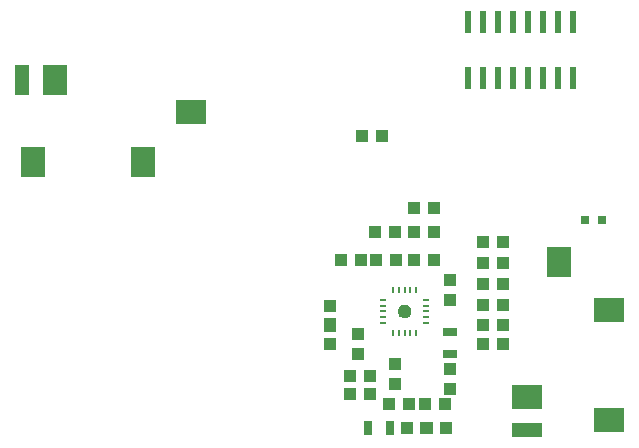
<source format=gbr>
G04 EAGLE Gerber RS-274X export*
G75*
%MOMM*%
%FSLAX34Y34*%
%LPD*%
%INSolderpaste Top*%
%IPPOS*%
%AMOC8*
5,1,8,0,0,1.08239X$1,22.5*%
G01*
%ADD10R,0.500000X0.250000*%
%ADD11R,0.250000X0.500000*%
%ADD12R,1.100000X1.000000*%
%ADD13R,1.000000X1.100000*%
%ADD14R,0.800000X1.200000*%
%ADD15R,1.200000X0.800000*%
%ADD16R,2.500000X2.000000*%
%ADD17R,2.000000X2.500000*%
%ADD18R,2.500000X1.200000*%
%ADD19R,0.800000X0.800000*%
%ADD20R,1.200000X2.500000*%
%ADD21R,0.558800X1.981200*%

G36*
X342861Y113027D02*
X342861Y113027D01*
X342910Y113042D01*
X343000Y113059D01*
X344074Y113434D01*
X344118Y113459D01*
X344202Y113496D01*
X345165Y114101D01*
X345202Y114135D01*
X345276Y114190D01*
X346080Y114994D01*
X346109Y115036D01*
X346169Y115105D01*
X346774Y116068D01*
X346793Y116115D01*
X346836Y116196D01*
X347211Y117270D01*
X347219Y117320D01*
X347243Y117409D01*
X347370Y118539D01*
X347367Y118589D01*
X347370Y118681D01*
X347243Y119811D01*
X347228Y119860D01*
X347211Y119950D01*
X346836Y121024D01*
X346811Y121068D01*
X346774Y121152D01*
X346169Y122115D01*
X346135Y122152D01*
X346080Y122226D01*
X345276Y123030D01*
X345234Y123059D01*
X345165Y123119D01*
X344202Y123724D01*
X344155Y123743D01*
X344074Y123786D01*
X343000Y124161D01*
X342950Y124169D01*
X342861Y124193D01*
X341731Y124320D01*
X341681Y124317D01*
X341589Y124320D01*
X340459Y124193D01*
X340410Y124178D01*
X340320Y124161D01*
X339246Y123786D01*
X339202Y123761D01*
X339118Y123724D01*
X338155Y123119D01*
X338118Y123085D01*
X338044Y123030D01*
X337240Y122226D01*
X337211Y122184D01*
X337151Y122115D01*
X336546Y121152D01*
X336527Y121105D01*
X336484Y121024D01*
X336109Y119950D01*
X336101Y119900D01*
X336077Y119811D01*
X335950Y118681D01*
X335953Y118631D01*
X335950Y118539D01*
X336077Y117409D01*
X336092Y117360D01*
X336109Y117270D01*
X336484Y116196D01*
X336509Y116152D01*
X336546Y116068D01*
X337151Y115105D01*
X337185Y115068D01*
X337240Y114994D01*
X338044Y114190D01*
X338086Y114161D01*
X338155Y114101D01*
X339118Y113496D01*
X339165Y113477D01*
X339246Y113434D01*
X340320Y113059D01*
X340370Y113051D01*
X340459Y113027D01*
X341589Y112900D01*
X341639Y112903D01*
X341731Y112900D01*
X342861Y113027D01*
G37*
D10*
X360160Y108610D03*
X360160Y113610D03*
X360160Y118610D03*
X360160Y123610D03*
X360160Y128610D03*
D11*
X351660Y137110D03*
X346660Y137110D03*
X341660Y137110D03*
X336660Y137110D03*
X331660Y137110D03*
D10*
X323160Y128610D03*
X323160Y123610D03*
X323160Y118610D03*
X323160Y113610D03*
X323160Y108610D03*
D11*
X331660Y100110D03*
X336660Y100110D03*
X341660Y100110D03*
X346660Y100110D03*
X351660Y100110D03*
D12*
X425090Y107180D03*
X408090Y107180D03*
X425090Y123690D03*
X408090Y123690D03*
X349670Y185920D03*
X366670Y185920D03*
D13*
X379760Y69960D03*
X379760Y52960D03*
X333405Y73770D03*
X333405Y56770D03*
D12*
X287440Y161790D03*
X304440Y161790D03*
X317285Y161790D03*
X334285Y161790D03*
D13*
X379760Y127890D03*
X379760Y144890D03*
D12*
X312060Y64000D03*
X295060Y64000D03*
D13*
X302290Y82170D03*
X302290Y99170D03*
D14*
X329070Y19550D03*
X311070Y19550D03*
D15*
X379760Y100940D03*
X379760Y82940D03*
D12*
X316650Y185920D03*
X333650Y185920D03*
X349670Y161790D03*
X366670Y161790D03*
X425090Y141470D03*
X408090Y141470D03*
X425090Y90670D03*
X408090Y90670D03*
X345080Y39870D03*
X328080Y39870D03*
X375560Y39870D03*
X358560Y39870D03*
X295060Y48760D03*
X312060Y48760D03*
X349670Y206240D03*
X366670Y206240D03*
X408090Y159250D03*
X425090Y159250D03*
D16*
X514590Y27040D03*
X514590Y120040D03*
X445590Y46040D03*
D17*
X472590Y160540D03*
D18*
X445590Y18040D03*
D12*
X322220Y267200D03*
X305220Y267200D03*
X425090Y177030D03*
X408090Y177030D03*
D19*
X509180Y196080D03*
X494180Y196080D03*
D12*
X376830Y19550D03*
X359830Y19550D03*
X360320Y19550D03*
X343320Y19550D03*
D13*
X278160Y123300D03*
X278160Y106300D03*
X278160Y108060D03*
X278160Y91060D03*
D17*
X27000Y245500D03*
X120000Y245500D03*
X46000Y314500D03*
D16*
X160500Y287500D03*
D20*
X18000Y314500D03*
D21*
X484450Y363622D03*
X471750Y363622D03*
X459050Y363622D03*
X446350Y363622D03*
X433650Y363622D03*
X420950Y363622D03*
X408250Y363622D03*
X395550Y363622D03*
X395550Y316378D03*
X408250Y316378D03*
X420950Y316378D03*
X433650Y316378D03*
X446350Y316378D03*
X459050Y316378D03*
X471750Y316378D03*
X484450Y316378D03*
M02*

</source>
